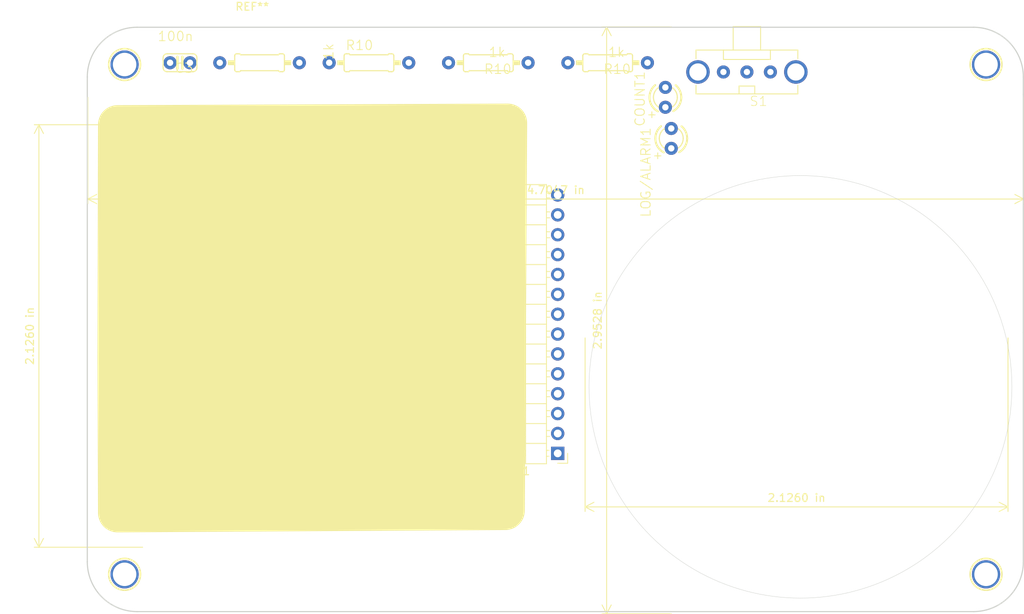
<source format=kicad_pcb>
(kicad_pcb (version 20190605) (host pcbnew "(5.1.0-1361-g3c3288ad8)")

  (general
    (thickness 1.6)
    (drawings 15)
    (tracks 0)
    (modules 14)
    (nets 15)
  )

  (page "A4")
  (layers
    (0 "F.Cu" signal)
    (31 "B.Cu" signal)
    (32 "B.Adhes" user)
    (33 "F.Adhes" user)
    (34 "B.Paste" user)
    (35 "F.Paste" user)
    (36 "B.SilkS" user)
    (37 "F.SilkS" user)
    (38 "B.Mask" user)
    (39 "F.Mask" user)
    (40 "Dwgs.User" user)
    (41 "Cmts.User" user)
    (42 "Eco1.User" user)
    (43 "Eco2.User" user)
    (44 "Edge.Cuts" user)
    (45 "Margin" user)
    (46 "B.CrtYd" user)
    (47 "F.CrtYd" user)
    (48 "B.Fab" user)
    (49 "F.Fab" user)
  )

  (setup
    (last_trace_width 0.25)
    (trace_clearance 0.2)
    (zone_clearance 0.508)
    (zone_45_only no)
    (trace_min 0.2)
    (via_size 0.8)
    (via_drill 0.4)
    (via_min_size 0.4)
    (via_min_drill 0.3)
    (uvia_size 0.3)
    (uvia_drill 0.1)
    (uvias_allowed no)
    (uvia_min_size 0.2)
    (uvia_min_drill 0.1)
    (max_error 0.005)
    (defaults
      (edge_clearance 0.01)
      (edge_cuts_line_width 0.05)
      (courtyard_line_width 0.05)
      (copper_line_width 0.2)
      (copper_text_dims (size 1.5 1.5) (thickness 0.3) keep_upright)
      (silk_line_width 0.12)
      (silk_text_dims (size 1 1) (thickness 0.15) keep_upright)
      (other_layers_line_width 0.1)
      (other_layers_text_dims (size 1 1) (thickness 0.15) keep_upright)
    )
    (pad_size 1.524 1.524)
    (pad_drill 0.762)
    (pad_to_mask_clearance 0.051)
    (solder_mask_min_width 0.25)
    (aux_axis_origin 0 0)
    (visible_elements FFFFF77F)
    (pcbplotparams
      (layerselection 0x010fc_ffffffff)
      (usegerberextensions false)
      (usegerberattributes false)
      (usegerberadvancedattributes false)
      (creategerberjobfile false)
      (excludeedgelayer true)
      (linewidth 0.150000)
      (plotframeref false)
      (viasonmask false)
      (mode 1)
      (useauxorigin false)
      (hpglpennumber 1)
      (hpglpenspeed 20)
      (hpglpendiameter 15.000000)
      (psnegative false)
      (psa4output false)
      (plotreference true)
      (plotvalue true)
      (plotinvisibletext false)
      (padsonsilk false)
      (subtractmaskfromsilk false)
      (outputformat 1)
      (mirror false)
      (drillshape 1)
      (scaleselection 1)
      (outputdirectory ""))
  )

  (net 0 "")
  (net 1 "Net-(J1-Pad14)")
  (net 2 "Net-(J1-Pad13)")
  (net 3 "Net-(J1-Pad12)")
  (net 4 "Net-(J1-Pad11)")
  (net 5 "Net-(J1-Pad10)")
  (net 6 "Net-(J1-Pad9)")
  (net 7 "Net-(J1-Pad8)")
  (net 8 "Net-(J1-Pad7)")
  (net 9 "Net-(J1-Pad6)")
  (net 10 "Net-(J1-Pad5)")
  (net 11 "Net-(J1-Pad4)")
  (net 12 "Net-(J1-Pad3)")
  (net 13 "Net-(J1-Pad2)")
  (net 14 "Net-(J1-Pad1)")

  (net_class "Default" "This is the default net class."
    (clearance 0.2)
    (trace_width 0.25)
    (via_dia 0.8)
    (via_drill 0.4)
    (uvia_dia 0.3)
    (uvia_drill 0.1)
    (add_net "Net-(J1-Pad1)")
    (add_net "Net-(J1-Pad10)")
    (add_net "Net-(J1-Pad11)")
    (add_net "Net-(J1-Pad12)")
    (add_net "Net-(J1-Pad13)")
    (add_net "Net-(J1-Pad14)")
    (add_net "Net-(J1-Pad2)")
    (add_net "Net-(J1-Pad3)")
    (add_net "Net-(J1-Pad4)")
    (add_net "Net-(J1-Pad5)")
    (add_net "Net-(J1-Pad6)")
    (add_net "Net-(J1-Pad7)")
    (add_net "Net-(J1-Pad8)")
    (add_net "Net-(J1-Pad9)")
  )

  (module "Safecast_logo:M5Stack" (layer "F.Cu") (tedit 5D3BEFB7) (tstamp 5D2645D0)
    (at 105.75 85)
    (fp_text reference "REF**" (at 0 -23.59) (layer "F.SilkS")
      (effects (font (size 1 1) (thickness 0.15)))
    )
    (fp_text value "M5Stack" (at 0 23.59) (layer "F.Fab")
      (effects (font (size 1 1) (thickness 0.15)))
    )
    (fp_poly (pts (xy -17.2 -8.5) (xy 32.6 -8.7) (xy 32.3 40.8) (xy -17.2 41.1)
      (xy -17.272 21.59)) (layer "F.SilkS") (width 5))
    (fp_text user "%R" (at 0 0) (layer "F.Fab")
      (effects (font (size 1 1) (thickness 0.15)))
    )
    (model "/Users/rob/Documents/IBM/Documents/Freecad/M5SatckFire.wrl"
      (offset (xyz 7.5 -16 0))
      (scale (xyz 0.4 0.4 0.4))
      (rotate (xyz 0 0 -90))
    )
  )

  (module "bGeigieNanoKit V1.1r5a:0207_10" (layer "F.Cu") (tedit 0) (tstamp 5D259D0F)
    (at 120.65 68.58)
    (descr "<b>RESISTOR</b><p>\ntype 0207, grid 10 mm")
    (path "/491404DE0633656B")
    (fp_text reference "R10" (at -3.048 -1.524) (layer "F.SilkS")
      (effects (font (size 1.2065 1.2065) (thickness 0.12065)) (justify left bottom))
    )
    (fp_text value "1k" (at -4.445 -0.2794 90) (layer "F.SilkS")
      (effects (font (size 1.2065 1.2065) (thickness 0.12065)) (justify left bottom))
    )
    (fp_line (start 5.08 0) (end 4.064 0) (layer "F.Fab") (width 0.6096))
    (fp_line (start -5.08 0) (end -4.064 0) (layer "F.Fab") (width 0.6096))
    (fp_arc (start -2.921 -0.889) (end -3.175 -0.889) (angle 90) (layer "F.SilkS") (width 0.1524))
    (fp_arc (start -2.921 0.889) (end -3.175 0.889) (angle -90) (layer "F.SilkS") (width 0.1524))
    (fp_arc (start 2.921 0.889) (end 2.921 1.143) (angle -90) (layer "F.SilkS") (width 0.1524))
    (fp_arc (start 2.921 -0.889) (end 2.921 -1.143) (angle 90) (layer "F.SilkS") (width 0.1524))
    (fp_line (start -3.175 0.889) (end -3.175 -0.889) (layer "F.SilkS") (width 0.1524))
    (fp_line (start -2.921 -1.143) (end -2.54 -1.143) (layer "F.SilkS") (width 0.1524))
    (fp_line (start -2.413 -1.016) (end -2.54 -1.143) (layer "F.SilkS") (width 0.1524))
    (fp_line (start -2.921 1.143) (end -2.54 1.143) (layer "F.SilkS") (width 0.1524))
    (fp_line (start -2.413 1.016) (end -2.54 1.143) (layer "F.SilkS") (width 0.1524))
    (fp_line (start 2.413 -1.016) (end 2.54 -1.143) (layer "F.SilkS") (width 0.1524))
    (fp_line (start 2.413 -1.016) (end -2.413 -1.016) (layer "F.SilkS") (width 0.1524))
    (fp_line (start 2.413 1.016) (end 2.54 1.143) (layer "F.SilkS") (width 0.1524))
    (fp_line (start 2.413 1.016) (end -2.413 1.016) (layer "F.SilkS") (width 0.1524))
    (fp_line (start 2.921 -1.143) (end 2.54 -1.143) (layer "F.SilkS") (width 0.1524))
    (fp_line (start 2.921 1.143) (end 2.54 1.143) (layer "F.SilkS") (width 0.1524))
    (fp_line (start 3.175 0.889) (end 3.175 -0.889) (layer "F.SilkS") (width 0.1524))
    (fp_poly (pts (xy 3.175 0.3048) (xy 4.0386 0.3048) (xy 4.0386 -0.3048) (xy 3.175 -0.3048)) (layer "F.SilkS") (width 0))
    (fp_poly (pts (xy -4.0386 0.3048) (xy -3.175 0.3048) (xy -3.175 -0.3048) (xy -4.0386 -0.3048)) (layer "F.SilkS") (width 0))
    (pad "1" thru_hole circle (at -5.08 0) (size 1.6764 1.6764) (drill 0.8128) (layers *.Cu *.Mask)
      (solder_mask_margin 0.1016))
    (pad "2" thru_hole circle (at 5.08 0) (size 1.6764 1.6764) (drill 0.8128) (layers *.Cu *.Mask)
      (solder_mask_margin 0.1016))
  )

  (module "bGeigieNanoKit V1.1r5a:0207_10" (layer "F.Cu") (tedit 0) (tstamp 5D259CC4)
    (at 106.68 68.58)
    (descr "<b>RESISTOR</b><p>\ntype 0207, grid 10 mm")
    (path "/491404DE0633656B")
    (fp_text reference "R10" (at 7.366 14.478 90) (layer "F.SilkS")
      (effects (font (size 1.2065 1.2065) (thickness 0.12065)) (justify left bottom))
    )
    (fp_text value "1k" (at 9.525 13.6906 90) (layer "F.SilkS")
      (effects (font (size 1.2065 1.2065) (thickness 0.12065)) (justify left bottom))
    )
    (fp_poly (pts (xy -4.0386 0.3048) (xy -3.175 0.3048) (xy -3.175 -0.3048) (xy -4.0386 -0.3048)) (layer "F.SilkS") (width 0))
    (fp_poly (pts (xy 3.175 0.3048) (xy 4.0386 0.3048) (xy 4.0386 -0.3048) (xy 3.175 -0.3048)) (layer "F.SilkS") (width 0))
    (fp_line (start 3.175 0.889) (end 3.175 -0.889) (layer "F.SilkS") (width 0.1524))
    (fp_line (start 2.921 1.143) (end 2.54 1.143) (layer "F.SilkS") (width 0.1524))
    (fp_line (start 2.921 -1.143) (end 2.54 -1.143) (layer "F.SilkS") (width 0.1524))
    (fp_line (start 2.413 1.016) (end -2.413 1.016) (layer "F.SilkS") (width 0.1524))
    (fp_line (start 2.413 1.016) (end 2.54 1.143) (layer "F.SilkS") (width 0.1524))
    (fp_line (start 2.413 -1.016) (end -2.413 -1.016) (layer "F.SilkS") (width 0.1524))
    (fp_line (start 2.413 -1.016) (end 2.54 -1.143) (layer "F.SilkS") (width 0.1524))
    (fp_line (start -2.413 1.016) (end -2.54 1.143) (layer "F.SilkS") (width 0.1524))
    (fp_line (start -2.921 1.143) (end -2.54 1.143) (layer "F.SilkS") (width 0.1524))
    (fp_line (start -2.413 -1.016) (end -2.54 -1.143) (layer "F.SilkS") (width 0.1524))
    (fp_line (start -2.921 -1.143) (end -2.54 -1.143) (layer "F.SilkS") (width 0.1524))
    (fp_line (start -3.175 0.889) (end -3.175 -0.889) (layer "F.SilkS") (width 0.1524))
    (fp_arc (start 2.921 -0.889) (end 2.921 -1.143) (angle 90) (layer "F.SilkS") (width 0.1524))
    (fp_arc (start 2.921 0.889) (end 2.921 1.143) (angle -90) (layer "F.SilkS") (width 0.1524))
    (fp_arc (start -2.921 0.889) (end -3.175 0.889) (angle -90) (layer "F.SilkS") (width 0.1524))
    (fp_arc (start -2.921 -0.889) (end -3.175 -0.889) (angle 90) (layer "F.SilkS") (width 0.1524))
    (fp_line (start -5.08 0) (end -4.064 0) (layer "F.Fab") (width 0.6096))
    (fp_line (start 5.08 0) (end 4.064 0) (layer "F.Fab") (width 0.6096))
    (pad "2" thru_hole circle (at 5.08 0) (size 1.6764 1.6764) (drill 0.8128) (layers *.Cu *.Mask)
      (solder_mask_margin 0.1016))
    (pad "1" thru_hole circle (at -5.08 0) (size 1.6764 1.6764) (drill 0.8128) (layers *.Cu *.Mask)
      (solder_mask_margin 0.1016))
  )

  (module "bGeigieNanoKit V1.1r5a:0207_10" (layer "F.Cu") (tedit 0) (tstamp 5D259B5D)
    (at 135.89 68.58 180)
    (descr "<b>RESISTOR</b><p>\ntype 0207, grid 10 mm")
    (path "/491404DE0633656B")
    (fp_text reference "R10" (at -3.048 -1.524) (layer "F.SilkS")
      (effects (font (size 1.2065 1.2065) (thickness 0.12065)) (justify right bottom))
    )
    (fp_text value "1k" (at -2.2606 0.635) (layer "F.SilkS")
      (effects (font (size 1.2065 1.2065) (thickness 0.12065)) (justify right bottom))
    )
    (fp_poly (pts (xy -4.0386 0.3048) (xy -3.175 0.3048) (xy -3.175 -0.3048) (xy -4.0386 -0.3048)) (layer "F.SilkS") (width 0))
    (fp_poly (pts (xy 3.175 0.3048) (xy 4.0386 0.3048) (xy 4.0386 -0.3048) (xy 3.175 -0.3048)) (layer "F.SilkS") (width 0))
    (fp_line (start 3.175 0.889) (end 3.175 -0.889) (layer "F.SilkS") (width 0.1524))
    (fp_line (start 2.921 1.143) (end 2.54 1.143) (layer "F.SilkS") (width 0.1524))
    (fp_line (start 2.921 -1.143) (end 2.54 -1.143) (layer "F.SilkS") (width 0.1524))
    (fp_line (start 2.413 1.016) (end -2.413 1.016) (layer "F.SilkS") (width 0.1524))
    (fp_line (start 2.413 1.016) (end 2.54 1.143) (layer "F.SilkS") (width 0.1524))
    (fp_line (start 2.413 -1.016) (end -2.413 -1.016) (layer "F.SilkS") (width 0.1524))
    (fp_line (start 2.413 -1.016) (end 2.54 -1.143) (layer "F.SilkS") (width 0.1524))
    (fp_line (start -2.413 1.016) (end -2.54 1.143) (layer "F.SilkS") (width 0.1524))
    (fp_line (start -2.921 1.143) (end -2.54 1.143) (layer "F.SilkS") (width 0.1524))
    (fp_line (start -2.413 -1.016) (end -2.54 -1.143) (layer "F.SilkS") (width 0.1524))
    (fp_line (start -2.921 -1.143) (end -2.54 -1.143) (layer "F.SilkS") (width 0.1524))
    (fp_line (start -3.175 0.889) (end -3.175 -0.889) (layer "F.SilkS") (width 0.1524))
    (fp_arc (start 2.921 -0.889) (end 2.921 -1.143) (angle 90) (layer "F.SilkS") (width 0.1524))
    (fp_arc (start 2.921 0.889) (end 2.921 1.143) (angle -90) (layer "F.SilkS") (width 0.1524))
    (fp_arc (start -2.921 0.889) (end -3.175 0.889) (angle -90) (layer "F.SilkS") (width 0.1524))
    (fp_arc (start -2.921 -0.889) (end -3.175 -0.889) (angle 90) (layer "F.SilkS") (width 0.1524))
    (fp_line (start -5.08 0) (end -4.064 0) (layer "F.Fab") (width 0.6096))
    (fp_line (start 5.08 0) (end 4.064 0) (layer "F.Fab") (width 0.6096))
    (pad "2" thru_hole circle (at 5.08 0 180) (size 1.6764 1.6764) (drill 0.8128) (layers *.Cu *.Mask)
      (solder_mask_margin 0.1016))
    (pad "1" thru_hole circle (at -5.08 0 180) (size 1.6764 1.6764) (drill 0.8128) (layers *.Cu *.Mask)
      (solder_mask_margin 0.1016))
  )

  (module "bGeigieNanoKit V1.1r5a:0207_10" (layer "F.Cu") (tedit 0) (tstamp 5D264989)
    (at 151.13 68.58 180)
    (descr "<b>RESISTOR</b><p>\ntype 0207, grid 10 mm")
    (path "/491404DE0633656B")
    (fp_text reference "R10" (at -3.048 -1.524) (layer "F.SilkS")
      (effects (font (size 1.2065 1.2065) (thickness 0.12065)) (justify right bottom))
    )
    (fp_text value "1k" (at -2.2606 0.635) (layer "F.SilkS")
      (effects (font (size 1.2065 1.2065) (thickness 0.12065)) (justify right bottom))
    )
    (fp_line (start 5.08 0) (end 4.064 0) (layer "F.Fab") (width 0.6096))
    (fp_line (start -5.08 0) (end -4.064 0) (layer "F.Fab") (width 0.6096))
    (fp_arc (start -2.921 -0.889) (end -3.175 -0.889) (angle 90) (layer "F.SilkS") (width 0.1524))
    (fp_arc (start -2.921 0.889) (end -3.175 0.889) (angle -90) (layer "F.SilkS") (width 0.1524))
    (fp_arc (start 2.921 0.889) (end 2.921 1.143) (angle -90) (layer "F.SilkS") (width 0.1524))
    (fp_arc (start 2.921 -0.889) (end 2.921 -1.143) (angle 90) (layer "F.SilkS") (width 0.1524))
    (fp_line (start -3.175 0.889) (end -3.175 -0.889) (layer "F.SilkS") (width 0.1524))
    (fp_line (start -2.921 -1.143) (end -2.54 -1.143) (layer "F.SilkS") (width 0.1524))
    (fp_line (start -2.413 -1.016) (end -2.54 -1.143) (layer "F.SilkS") (width 0.1524))
    (fp_line (start -2.921 1.143) (end -2.54 1.143) (layer "F.SilkS") (width 0.1524))
    (fp_line (start -2.413 1.016) (end -2.54 1.143) (layer "F.SilkS") (width 0.1524))
    (fp_line (start 2.413 -1.016) (end 2.54 -1.143) (layer "F.SilkS") (width 0.1524))
    (fp_line (start 2.413 -1.016) (end -2.413 -1.016) (layer "F.SilkS") (width 0.1524))
    (fp_line (start 2.413 1.016) (end 2.54 1.143) (layer "F.SilkS") (width 0.1524))
    (fp_line (start 2.413 1.016) (end -2.413 1.016) (layer "F.SilkS") (width 0.1524))
    (fp_line (start 2.921 -1.143) (end 2.54 -1.143) (layer "F.SilkS") (width 0.1524))
    (fp_line (start 2.921 1.143) (end 2.54 1.143) (layer "F.SilkS") (width 0.1524))
    (fp_line (start 3.175 0.889) (end 3.175 -0.889) (layer "F.SilkS") (width 0.1524))
    (fp_poly (pts (xy 3.175 0.3048) (xy 4.0386 0.3048) (xy 4.0386 -0.3048) (xy 3.175 -0.3048)) (layer "F.SilkS") (width 0))
    (fp_poly (pts (xy -4.0386 0.3048) (xy -3.175 0.3048) (xy -3.175 -0.3048) (xy -4.0386 -0.3048)) (layer "F.SilkS") (width 0))
    (pad "1" thru_hole circle (at -5.08 0 180) (size 1.6764 1.6764) (drill 0.8128) (layers *.Cu *.Mask)
      (solder_mask_margin 0.1016))
    (pad "2" thru_hole circle (at 5.08 0 180) (size 1.6764 1.6764) (drill 0.8128) (layers *.Cu *.Mask)
      (solder_mask_margin 0.1016))
  )

  (module "bGeigieNanoKit V1.1r5a:C025-024X044" (layer "F.Cu") (tedit 0) (tstamp 5D258B76)
    (at 96.52 68.58 180)
    (descr "<b>CAPACITOR</b><p>\ngrid 2.5 mm, outline 2.4 x 4.4 mm")
    (path "/76DC27178EA4FDCE")
    (fp_text reference "C3" (at -1.778 -1.397) (layer "F.SilkS")
      (effects (font (size 1.2065 1.2065) (thickness 0.12065)) (justify right bottom))
    )
    (fp_text value "100n" (at -1.778 2.667) (layer "F.SilkS")
      (effects (font (size 1.2065 1.2065) (thickness 0.12065)) (justify right bottom))
    )
    (fp_line (start -2.159 0.635) (end -2.159 -0.635) (layer "F.SilkS") (width 0.1524))
    (fp_arc (start -1.651 -0.635) (end -2.159 -0.635) (angle 90) (layer "F.SilkS") (width 0.1524))
    (fp_arc (start -1.651 0.635) (end -2.159 0.635) (angle -90) (layer "F.SilkS") (width 0.1524))
    (fp_line (start 1.651 -1.143) (end -1.651 -1.143) (layer "F.SilkS") (width 0.1524))
    (fp_line (start 2.159 0.635) (end 2.159 -0.635) (layer "F.SilkS") (width 0.1524))
    (fp_line (start 1.651 1.143) (end -1.651 1.143) (layer "F.SilkS") (width 0.1524))
    (fp_arc (start 1.651 -0.635) (end 1.651 -1.143) (angle 90) (layer "F.SilkS") (width 0.1524))
    (fp_arc (start 1.651 0.635) (end 1.651 1.143) (angle -90) (layer "F.SilkS") (width 0.1524))
    (fp_line (start -0.3048 -0.762) (end -0.3048 0.762) (layer "F.SilkS") (width 0.3048))
    (fp_line (start 0.3302 -0.762) (end 0.3302 0.762) (layer "F.SilkS") (width 0.3048))
    (fp_line (start 1.27 0) (end 0.3302 0) (layer "F.Fab") (width 0.1524))
    (fp_line (start -1.27 0) (end -0.3048 0) (layer "F.Fab") (width 0.1524))
    (pad "1" thru_hole circle (at -1.27 0 180) (size 1.6764 1.6764) (drill 0.8128) (layers *.Cu *.Mask)
      (solder_mask_margin 0.1016))
    (pad "2" thru_hole circle (at 1.27 0 180) (size 1.6764 1.6764) (drill 0.8128) (layers *.Cu *.Mask)
      (solder_mask_margin 0.1016))
  )

  (module "bGeigieNanoKit V1.1r5a:LED3MM" (layer "F.Cu") (tedit 0) (tstamp 5D2588BE)
    (at 158.5 73 90)
    (descr "<B>LED</B><p>\n3 mm, round")
    (path "/8945427DC916D756")
    (fp_text reference "COUNT1" (at -3.81 -2.54 270) (layer "F.SilkS")
      (effects (font (size 1.2065 1.2065) (thickness 0.12065)) (justify left bottom))
    )
    (fp_text value "BLUE" (at 1.905 1.651 90) (layer "F.SilkS") hide
      (effects (font (size 1.2065 1.2065) (thickness 0.12065)) (justify left bottom))
    )
    (fp_line (start 1.5748 1.27) (end 1.5748 -1.27) (layer "F.Fab") (width 0.254))
    (fp_arc (start 0 0.000004) (end -1.524 0) (angle 39.80361) (layer "F.Fab") (width 0.1524))
    (fp_arc (start 0 0.000063) (end -1.524 0) (angle -41.633208) (layer "F.Fab") (width 0.1524))
    (fp_arc (start 0 0.000014) (end 1.1571 -0.9918) (angle 40.601165) (layer "F.Fab") (width 0.1524))
    (fp_arc (start 0 -0.000004) (end 1.1708 0.9756) (angle -39.80361) (layer "F.Fab") (width 0.1524))
    (fp_arc (start -0.000034 0) (end 0 -1.524) (angle 54.461337) (layer "F.SilkS") (width 0.1524))
    (fp_arc (start 0 0) (end -1.2192 -0.9144) (angle 53.130102) (layer "F.SilkS") (width 0.1524))
    (fp_arc (start -0.000008 0) (end 0 1.524) (angle -52.126876) (layer "F.SilkS") (width 0.1524))
    (fp_arc (start 0.000008 0) (end -1.203 0.9356) (angle -52.126876) (layer "F.SilkS") (width 0.1524))
    (fp_arc (start 0 0) (end -0.635 0) (angle 90) (layer "F.Fab") (width 0.1524))
    (fp_arc (start 0 0) (end -1.016 0) (angle 90) (layer "F.Fab") (width 0.1524))
    (fp_arc (start 0 0) (end 0 0.635) (angle -90) (layer "F.Fab") (width 0.1524))
    (fp_arc (start 0 0) (end 0 1.016) (angle -90) (layer "F.Fab") (width 0.1524))
    (fp_arc (start 0.000012 0) (end 0 -2.032) (angle 50.193108) (layer "F.SilkS") (width 0.254))
    (fp_arc (start 0.00006 0) (end -1.7929 -0.9562) (angle 61.926949) (layer "F.SilkS") (width 0.254))
    (fp_arc (start 0.000037 0) (end 0 2.032) (angle -49.763022) (layer "F.SilkS") (width 0.254))
    (fp_arc (start -0.000056 0) (end -1.7643 1.0082) (angle -60.255215) (layer "F.SilkS") (width 0.254))
    (fp_arc (start 0 0.000002) (end -2.032 0) (angle 28.301701) (layer "F.Fab") (width 0.254))
    (fp_arc (start 0 0.000083) (end -2.032 0) (angle -31.60822) (layer "F.Fab") (width 0.254))
    (fp_line (start -2.5908 -1.7272) (end -1.8542 -1.7272) (layer "F.SilkS") (width 0.127))
    (fp_line (start -2.2352 -1.3208) (end -2.2352 -2.1082) (layer "F.SilkS") (width 0.127))
    (pad "A" thru_hole circle (at -1.27 0 90) (size 1.6764 1.6764) (drill 0.8128) (layers *.Cu *.Mask)
      (solder_mask_margin 0.1016))
    (pad "K" thru_hole circle (at 1.27 0 90) (size 1.6764 1.6764) (drill 0.8128) (layers *.Cu *.Mask)
      (solder_mask_margin 0.1016))
  )

  (module "bGeigieNanoKit V1.1r5a:LED3MM" (layer "F.Cu") (tedit 0) (tstamp 5D2588A4)
    (at 159.25 78.25 90)
    (descr "<B>LED</B><p>\n3 mm, round")
    (path "/8D5E7B3055E86A87")
    (fp_text reference "LOG/ALARM1" (at -10.16 -2.54 270) (layer "F.SilkS")
      (effects (font (size 1.2065 1.2065) (thickness 0.12065)) (justify left bottom))
    )
    (fp_text value "RED" (at 1.905 1.651 90) (layer "F.SilkS") hide
      (effects (font (size 1.2065 1.2065) (thickness 0.12065)) (justify left bottom))
    )
    (fp_line (start 1.5748 1.27) (end 1.5748 -1.27) (layer "F.Fab") (width 0.254))
    (fp_arc (start 0 0.000004) (end -1.524 0) (angle 39.80361) (layer "F.Fab") (width 0.1524))
    (fp_arc (start 0 0.000063) (end -1.524 0) (angle -41.633208) (layer "F.Fab") (width 0.1524))
    (fp_arc (start 0 0.000014) (end 1.1571 -0.9918) (angle 40.601165) (layer "F.Fab") (width 0.1524))
    (fp_arc (start 0 -0.000004) (end 1.1708 0.9756) (angle -39.80361) (layer "F.Fab") (width 0.1524))
    (fp_arc (start -0.000034 0) (end 0 -1.524) (angle 54.461337) (layer "F.SilkS") (width 0.1524))
    (fp_arc (start 0 0) (end -1.2192 -0.9144) (angle 53.130102) (layer "F.SilkS") (width 0.1524))
    (fp_arc (start -0.000008 0) (end 0 1.524) (angle -52.126876) (layer "F.SilkS") (width 0.1524))
    (fp_arc (start 0.000008 0) (end -1.203 0.9356) (angle -52.126876) (layer "F.SilkS") (width 0.1524))
    (fp_arc (start 0 0) (end -0.635 0) (angle 90) (layer "F.Fab") (width 0.1524))
    (fp_arc (start 0 0) (end -1.016 0) (angle 90) (layer "F.Fab") (width 0.1524))
    (fp_arc (start 0 0) (end 0 0.635) (angle -90) (layer "F.Fab") (width 0.1524))
    (fp_arc (start 0 0) (end 0 1.016) (angle -90) (layer "F.Fab") (width 0.1524))
    (fp_arc (start 0.000012 0) (end 0 -2.032) (angle 50.193108) (layer "F.SilkS") (width 0.254))
    (fp_arc (start 0.00006 0) (end -1.7929 -0.9562) (angle 61.926949) (layer "F.SilkS") (width 0.254))
    (fp_arc (start 0.000037 0) (end 0 2.032) (angle -49.763022) (layer "F.SilkS") (width 0.254))
    (fp_arc (start -0.000056 0) (end -1.7643 1.0082) (angle -60.255215) (layer "F.SilkS") (width 0.254))
    (fp_arc (start 0 0.000002) (end -2.032 0) (angle 28.301701) (layer "F.Fab") (width 0.254))
    (fp_arc (start 0 0.000083) (end -2.032 0) (angle -31.60822) (layer "F.Fab") (width 0.254))
    (fp_line (start -2.5908 -1.7272) (end -1.8542 -1.7272) (layer "F.SilkS") (width 0.127))
    (fp_line (start -2.2352 -1.3208) (end -2.2352 -2.1082) (layer "F.SilkS") (width 0.127))
    (pad "A" thru_hole circle (at -1.27 0 90) (size 1.6764 1.6764) (drill 0.8128) (layers *.Cu *.Mask)
      (solder_mask_margin 0.1016))
    (pad "K" thru_hole circle (at 1.27 0 90) (size 1.6764 1.6764) (drill 0.8128) (layers *.Cu *.Mask)
      (solder_mask_margin 0.1016))
  )

  (module "Connector_PinHeader_2.54mm:PinHeader_1x14_P2.54mm_Horizontal" (layer "F.Cu") (tedit 59FED5CB) (tstamp 5D2591A9)
    (at 144.75 118.5 180)
    (descr "Through hole angled pin header, 1x14, 2.54mm pitch, 6mm pin length, single row")
    (tags "Through hole angled pin header THT 1x14 2.54mm single row")
    (path "/5D258F54")
    (fp_text reference "J1" (at 4.385 -2.27) (layer "F.SilkS")
      (effects (font (size 1 1) (thickness 0.15)))
    )
    (fp_text value "Conn_01x14" (at 4.385 35.29) (layer "F.Fab")
      (effects (font (size 1 1) (thickness 0.15)))
    )
    (fp_text user "%R" (at 2.77 16.51 90) (layer "F.Fab")
      (effects (font (size 1 1) (thickness 0.15)))
    )
    (fp_line (start 10.55 -1.8) (end -1.8 -1.8) (layer "F.CrtYd") (width 0.05))
    (fp_line (start 10.55 34.8) (end 10.55 -1.8) (layer "F.CrtYd") (width 0.05))
    (fp_line (start -1.8 34.8) (end 10.55 34.8) (layer "F.CrtYd") (width 0.05))
    (fp_line (start -1.8 -1.8) (end -1.8 34.8) (layer "F.CrtYd") (width 0.05))
    (fp_line (start -1.27 -1.27) (end 0 -1.27) (layer "F.SilkS") (width 0.12))
    (fp_line (start -1.27 0) (end -1.27 -1.27) (layer "F.SilkS") (width 0.12))
    (fp_line (start 1.042929 33.4) (end 1.44 33.4) (layer "F.SilkS") (width 0.12))
    (fp_line (start 1.042929 32.64) (end 1.44 32.64) (layer "F.SilkS") (width 0.12))
    (fp_line (start 10.1 33.4) (end 4.1 33.4) (layer "F.SilkS") (width 0.12))
    (fp_line (start 10.1 32.64) (end 10.1 33.4) (layer "F.SilkS") (width 0.12))
    (fp_line (start 4.1 32.64) (end 10.1 32.64) (layer "F.SilkS") (width 0.12))
    (fp_line (start 1.44 31.75) (end 4.1 31.75) (layer "F.SilkS") (width 0.12))
    (fp_line (start 1.042929 30.86) (end 1.44 30.86) (layer "F.SilkS") (width 0.12))
    (fp_line (start 1.042929 30.1) (end 1.44 30.1) (layer "F.SilkS") (width 0.12))
    (fp_line (start 10.1 30.86) (end 4.1 30.86) (layer "F.SilkS") (width 0.12))
    (fp_line (start 10.1 30.1) (end 10.1 30.86) (layer "F.SilkS") (width 0.12))
    (fp_line (start 4.1 30.1) (end 10.1 30.1) (layer "F.SilkS") (width 0.12))
    (fp_line (start 1.44 29.21) (end 4.1 29.21) (layer "F.SilkS") (width 0.12))
    (fp_line (start 1.042929 28.32) (end 1.44 28.32) (layer "F.SilkS") (width 0.12))
    (fp_line (start 1.042929 27.56) (end 1.44 27.56) (layer "F.SilkS") (width 0.12))
    (fp_line (start 10.1 28.32) (end 4.1 28.32) (layer "F.SilkS") (width 0.12))
    (fp_line (start 10.1 27.56) (end 10.1 28.32) (layer "F.SilkS") (width 0.12))
    (fp_line (start 4.1 27.56) (end 10.1 27.56) (layer "F.SilkS") (width 0.12))
    (fp_line (start 1.44 26.67) (end 4.1 26.67) (layer "F.SilkS") (width 0.12))
    (fp_line (start 1.042929 25.78) (end 1.44 25.78) (layer "F.SilkS") (width 0.12))
    (fp_line (start 1.042929 25.02) (end 1.44 25.02) (layer "F.SilkS") (width 0.12))
    (fp_line (start 10.1 25.78) (end 4.1 25.78) (layer "F.SilkS") (width 0.12))
    (fp_line (start 10.1 25.02) (end 10.1 25.78) (layer "F.SilkS") (width 0.12))
    (fp_line (start 4.1 25.02) (end 10.1 25.02) (layer "F.SilkS") (width 0.12))
    (fp_line (start 1.44 24.13) (end 4.1 24.13) (layer "F.SilkS") (width 0.12))
    (fp_line (start 1.042929 23.24) (end 1.44 23.24) (layer "F.SilkS") (width 0.12))
    (fp_line (start 1.042929 22.48) (end 1.44 22.48) (layer "F.SilkS") (width 0.12))
    (fp_line (start 10.1 23.24) (end 4.1 23.24) (layer "F.SilkS") (width 0.12))
    (fp_line (start 10.1 22.48) (end 10.1 23.24) (layer "F.SilkS") (width 0.12))
    (fp_line (start 4.1 22.48) (end 10.1 22.48) (layer "F.SilkS") (width 0.12))
    (fp_line (start 1.44 21.59) (end 4.1 21.59) (layer "F.SilkS") (width 0.12))
    (fp_line (start 1.042929 20.7) (end 1.44 20.7) (layer "F.SilkS") (width 0.12))
    (fp_line (start 1.042929 19.94) (end 1.44 19.94) (layer "F.SilkS") (width 0.12))
    (fp_line (start 10.1 20.7) (end 4.1 20.7) (layer "F.SilkS") (width 0.12))
    (fp_line (start 10.1 19.94) (end 10.1 20.7) (layer "F.SilkS") (width 0.12))
    (fp_line (start 4.1 19.94) (end 10.1 19.94) (layer "F.SilkS") (width 0.12))
    (fp_line (start 1.44 19.05) (end 4.1 19.05) (layer "F.SilkS") (width 0.12))
    (fp_line (start 1.042929 18.16) (end 1.44 18.16) (layer "F.SilkS") (width 0.12))
    (fp_line (start 1.042929 17.4) (end 1.44 17.4) (layer "F.SilkS") (width 0.12))
    (fp_line (start 10.1 18.16) (end 4.1 18.16) (layer "F.SilkS") (width 0.12))
    (fp_line (start 10.1 17.4) (end 10.1 18.16) (layer "F.SilkS") (width 0.12))
    (fp_line (start 4.1 17.4) (end 10.1 17.4) (layer "F.SilkS") (width 0.12))
    (fp_line (start 1.44 16.51) (end 4.1 16.51) (layer "F.SilkS") (width 0.12))
    (fp_line (start 1.042929 15.62) (end 1.44 15.62) (layer "F.SilkS") (width 0.12))
    (fp_line (start 1.042929 14.86) (end 1.44 14.86) (layer "F.SilkS") (width 0.12))
    (fp_line (start 10.1 15.62) (end 4.1 15.62) (layer "F.SilkS") (width 0.12))
    (fp_line (start 10.1 14.86) (end 10.1 15.62) (layer "F.SilkS") (width 0.12))
    (fp_line (start 4.1 14.86) (end 10.1 14.86) (layer "F.SilkS") (width 0.12))
    (fp_line (start 1.44 13.97) (end 4.1 13.97) (layer "F.SilkS") (width 0.12))
    (fp_line (start 1.042929 13.08) (end 1.44 13.08) (layer "F.SilkS") (width 0.12))
    (fp_line (start 1.042929 12.32) (end 1.44 12.32) (layer "F.SilkS") (width 0.12))
    (fp_line (start 10.1 13.08) (end 4.1 13.08) (layer "F.SilkS") (width 0.12))
    (fp_line (start 10.1 12.32) (end 10.1 13.08) (layer "F.SilkS") (width 0.12))
    (fp_line (start 4.1 12.32) (end 10.1 12.32) (layer "F.SilkS") (width 0.12))
    (fp_line (start 1.44 11.43) (end 4.1 11.43) (layer "F.SilkS") (width 0.12))
    (fp_line (start 1.042929 10.54) (end 1.44 10.54) (layer "F.SilkS") (width 0.12))
    (fp_line (start 1.042929 9.78) (end 1.44 9.78) (layer "F.SilkS") (width 0.12))
    (fp_line (start 10.1 10.54) (end 4.1 10.54) (layer "F.SilkS") (width 0.12))
    (fp_line (start 10.1 9.78) (end 10.1 10.54) (layer "F.SilkS") (width 0.12))
    (fp_line (start 4.1 9.78) (end 10.1 9.78) (layer "F.SilkS") (width 0.12))
    (fp_line (start 1.44 8.89) (end 4.1 8.89) (layer "F.SilkS") (width 0.12))
    (fp_line (start 1.042929 8) (end 1.44 8) (layer "F.SilkS") (width 0.12))
    (fp_line (start 1.042929 7.24) (end 1.44 7.24) (layer "F.SilkS") (width 0.12))
    (fp_line (start 10.1 8) (end 4.1 8) (layer "F.SilkS") (width 0.12))
    (fp_line (start 10.1 7.24) (end 10.1 8) (layer "F.SilkS") (width 0.12))
    (fp_line (start 4.1 7.24) (end 10.1 7.24) (layer "F.SilkS") (width 0.12))
    (fp_line (start 1.44 6.35) (end 4.1 6.35) (layer "F.SilkS") (width 0.12))
    (fp_line (start 1.042929 5.46) (end 1.44 5.46) (layer "F.SilkS") (width 0.12))
    (fp_line (start 1.042929 4.7) (end 1.44 4.7) (layer "F.SilkS") (width 0.12))
    (fp_line (start 10.1 5.46) (end 4.1 5.46) (layer "F.SilkS") (width 0.12))
    (fp_line (start 10.1 4.7) (end 10.1 5.46) (layer "F.SilkS") (width 0.12))
    (fp_line (start 4.1 4.7) (end 10.1 4.7) (layer "F.SilkS") (width 0.12))
    (fp_line (start 1.44 3.81) (end 4.1 3.81) (layer "F.SilkS") (width 0.12))
    (fp_line (start 1.042929 2.92) (end 1.44 2.92) (layer "F.SilkS") (width 0.12))
    (fp_line (start 1.042929 2.16) (end 1.44 2.16) (layer "F.SilkS") (width 0.12))
    (fp_line (start 10.1 2.92) (end 4.1 2.92) (layer "F.SilkS") (width 0.12))
    (fp_line (start 10.1 2.16) (end 10.1 2.92) (layer "F.SilkS") (width 0.12))
    (fp_line (start 4.1 2.16) (end 10.1 2.16) (layer "F.SilkS") (width 0.12))
    (fp_line (start 1.44 1.27) (end 4.1 1.27) (layer "F.SilkS") (width 0.12))
    (fp_line (start 1.11 0.38) (end 1.44 0.38) (layer "F.SilkS") (width 0.12))
    (fp_line (start 1.11 -0.38) (end 1.44 -0.38) (layer "F.SilkS") (width 0.12))
    (fp_line (start 4.1 0.28) (end 10.1 0.28) (layer "F.SilkS") (width 0.12))
    (fp_line (start 4.1 0.16) (end 10.1 0.16) (layer "F.SilkS") (width 0.12))
    (fp_line (start 4.1 0.04) (end 10.1 0.04) (layer "F.SilkS") (width 0.12))
    (fp_line (start 4.1 -0.08) (end 10.1 -0.08) (layer "F.SilkS") (width 0.12))
    (fp_line (start 4.1 -0.2) (end 10.1 -0.2) (layer "F.SilkS") (width 0.12))
    (fp_line (start 4.1 -0.32) (end 10.1 -0.32) (layer "F.SilkS") (width 0.12))
    (fp_line (start 10.1 0.38) (end 4.1 0.38) (layer "F.SilkS") (width 0.12))
    (fp_line (start 10.1 -0.38) (end 10.1 0.38) (layer "F.SilkS") (width 0.12))
    (fp_line (start 4.1 -0.38) (end 10.1 -0.38) (layer "F.SilkS") (width 0.12))
    (fp_line (start 4.1 -1.33) (end 1.44 -1.33) (layer "F.SilkS") (width 0.12))
    (fp_line (start 4.1 34.35) (end 4.1 -1.33) (layer "F.SilkS") (width 0.12))
    (fp_line (start 1.44 34.35) (end 4.1 34.35) (layer "F.SilkS") (width 0.12))
    (fp_line (start 1.44 -1.33) (end 1.44 34.35) (layer "F.SilkS") (width 0.12))
    (fp_line (start 4.04 33.34) (end 10.04 33.34) (layer "F.Fab") (width 0.1))
    (fp_line (start 10.04 32.7) (end 10.04 33.34) (layer "F.Fab") (width 0.1))
    (fp_line (start 4.04 32.7) (end 10.04 32.7) (layer "F.Fab") (width 0.1))
    (fp_line (start -0.32 33.34) (end 1.5 33.34) (layer "F.Fab") (width 0.1))
    (fp_line (start -0.32 32.7) (end -0.32 33.34) (layer "F.Fab") (width 0.1))
    (fp_line (start -0.32 32.7) (end 1.5 32.7) (layer "F.Fab") (width 0.1))
    (fp_line (start 4.04 30.8) (end 10.04 30.8) (layer "F.Fab") (width 0.1))
    (fp_line (start 10.04 30.16) (end 10.04 30.8) (layer "F.Fab") (width 0.1))
    (fp_line (start 4.04 30.16) (end 10.04 30.16) (layer "F.Fab") (width 0.1))
    (fp_line (start -0.32 30.8) (end 1.5 30.8) (layer "F.Fab") (width 0.1))
    (fp_line (start -0.32 30.16) (end -0.32 30.8) (layer "F.Fab") (width 0.1))
    (fp_line (start -0.32 30.16) (end 1.5 30.16) (layer "F.Fab") (width 0.1))
    (fp_line (start 4.04 28.26) (end 10.04 28.26) (layer "F.Fab") (width 0.1))
    (fp_line (start 10.04 27.62) (end 10.04 28.26) (layer "F.Fab") (width 0.1))
    (fp_line (start 4.04 27.62) (end 10.04 27.62) (layer "F.Fab") (width 0.1))
    (fp_line (start -0.32 28.26) (end 1.5 28.26) (layer "F.Fab") (width 0.1))
    (fp_line (start -0.32 27.62) (end -0.32 28.26) (layer "F.Fab") (width 0.1))
    (fp_line (start -0.32 27.62) (end 1.5 27.62) (layer "F.Fab") (width 0.1))
    (fp_line (start 4.04 25.72) (end 10.04 25.72) (layer "F.Fab") (width 0.1))
    (fp_line (start 10.04 25.08) (end 10.04 25.72) (layer "F.Fab") (width 0.1))
    (fp_line (start 4.04 25.08) (end 10.04 25.08) (layer "F.Fab") (width 0.1))
    (fp_line (start -0.32 25.72) (end 1.5 25.72) (layer "F.Fab") (width 0.1))
    (fp_line (start -0.32 25.08) (end -0.32 25.72) (layer "F.Fab") (width 0.1))
    (fp_line (start -0.32 25.08) (end 1.5 25.08) (layer "F.Fab") (width 0.1))
    (fp_line (start 4.04 23.18) (end 10.04 23.18) (layer "F.Fab") (width 0.1))
    (fp_line (start 10.04 22.54) (end 10.04 23.18) (layer "F.Fab") (width 0.1))
    (fp_line (start 4.04 22.54) (end 10.04 22.54) (layer "F.Fab") (width 0.1))
    (fp_line (start -0.32 23.18) (end 1.5 23.18) (layer "F.Fab") (width 0.1))
    (fp_line (start -0.32 22.54) (end -0.32 23.18) (layer "F.Fab") (width 0.1))
    (fp_line (start -0.32 22.54) (end 1.5 22.54) (layer "F.Fab") (width 0.1))
    (fp_line (start 4.04 20.64) (end 10.04 20.64) (layer "F.Fab") (width 0.1))
    (fp_line (start 10.04 20) (end 10.04 20.64) (layer "F.Fab") (width 0.1))
    (fp_line (start 4.04 20) (end 10.04 20) (layer "F.Fab") (width 0.1))
    (fp_line (start -0.32 20.64) (end 1.5 20.64) (layer "F.Fab") (width 0.1))
    (fp_line (start -0.32 20) (end -0.32 20.64) (layer "F.Fab") (width 0.1))
    (fp_line (start -0.32 20) (end 1.5 20) (layer "F.Fab") (width 0.1))
    (fp_line (start 4.04 18.1) (end 10.04 18.1) (layer "F.Fab") (width 0.1))
    (fp_line (start 10.04 17.46) (end 10.04 18.1) (layer "F.Fab") (width 0.1))
    (fp_line (start 4.04 17.46) (end 10.04 17.46) (layer "F.Fab") (width 0.1))
    (fp_line (start -0.32 18.1) (end 1.5 18.1) (layer "F.Fab") (width 0.1))
    (fp_line (start -0.32 17.46) (end -0.32 18.1) (layer "F.Fab") (width 0.1))
    (fp_line (start -0.32 17.46) (end 1.5 17.46) (layer "F.Fab") (width 0.1))
    (fp_line (start 4.04 15.56) (end 10.04 15.56) (layer "F.Fab") (width 0.1))
    (fp_line (start 10.04 14.92) (end 10.04 15.56) (layer "F.Fab") (width 0.1))
    (fp_line (start 4.04 14.92) (end 10.04 14.92) (layer "F.Fab") (width 0.1))
    (fp_line (start -0.32 15.56) (end 1.5 15.56) (layer "F.Fab") (width 0.1))
    (fp_line (start -0.32 14.92) (end -0.32 15.56) (layer "F.Fab") (width 0.1))
    (fp_line (start -0.32 14.92) (end 1.5 14.92) (layer "F.Fab") (width 0.1))
    (fp_line (start 4.04 13.02) (end 10.04 13.02) (layer "F.Fab") (width 0.1))
    (fp_line (start 10.04 12.38) (end 10.04 13.02) (layer "F.Fab") (width 0.1))
    (fp_line (start 4.04 12.38) (end 10.04 12.38) (layer "F.Fab") (width 0.1))
    (fp_line (start -0.32 13.02) (end 1.5 13.02) (layer "F.Fab") (width 0.1))
    (fp_line (start -0.32 12.38) (end -0.32 13.02) (layer "F.Fab") (width 0.1))
    (fp_line (start -0.32 12.38) (end 1.5 12.38) (layer "F.Fab") (width 0.1))
    (fp_line (start 4.04 10.48) (end 10.04 10.48) (layer "F.Fab") (width 0.1))
    (fp_line (start 10.04 9.84) (end 10.04 10.48) (layer "F.Fab") (width 0.1))
    (fp_line (start 4.04 9.84) (end 10.04 9.84) (layer "F.Fab") (width 0.1))
    (fp_line (start -0.32 10.48) (end 1.5 10.48) (layer "F.Fab") (width 0.1))
    (fp_line (start -0.32 9.84) (end -0.32 10.48) (layer "F.Fab") (width 0.1))
    (fp_line (start -0.32 9.84) (end 1.5 9.84) (layer "F.Fab") (width 0.1))
    (fp_line (start 4.04 7.94) (end 10.04 7.94) (layer "F.Fab") (width 0.1))
    (fp_line (start 10.04 7.3) (end 10.04 7.94) (layer "F.Fab") (width 0.1))
    (fp_line (start 4.04 7.3) (end 10.04 7.3) (layer "F.Fab") (width 0.1))
    (fp_line (start -0.32 7.94) (end 1.5 7.94) (layer "F.Fab") (width 0.1))
    (fp_line (start -0.32 7.3) (end -0.32 7.94) (layer "F.Fab") (width 0.1))
    (fp_line (start -0.32 7.3) (end 1.5 7.3) (layer "F.Fab") (width 0.1))
    (fp_line (start 4.04 5.4) (end 10.04 5.4) (layer "F.Fab") (width 0.1))
    (fp_line (start 10.04 4.76) (end 10.04 5.4) (layer "F.Fab") (width 0.1))
    (fp_line (start 4.04 4.76) (end 10.04 4.76) (layer "F.Fab") (width 0.1))
    (fp_line (start -0.32 5.4) (end 1.5 5.4) (layer "F.Fab") (width 0.1))
    (fp_line (start -0.32 4.76) (end -0.32 5.4) (layer "F.Fab") (width 0.1))
    (fp_line (start -0.32 4.76) (end 1.5 4.76) (layer "F.Fab") (width 0.1))
    (fp_line (start 4.04 2.86) (end 10.04 2.86) (layer "F.Fab") (width 0.1))
    (fp_line (start 10.04 2.22) (end 10.04 2.86) (layer "F.Fab") (width 0.1))
    (fp_line (start 4.04 2.22) (end 10.04 2.22) (layer "F.Fab") (width 0.1))
    (fp_line (start -0.32 2.86) (end 1.5 2.86) (layer "F.Fab") (width 0.1))
    (fp_line (start -0.32 2.22) (end -0.32 2.86) (layer "F.Fab") (width 0.1))
    (fp_line (start -0.32 2.22) (end 1.5 2.22) (layer "F.Fab") (width 0.1))
    (fp_line (start 4.04 0.32) (end 10.04 0.32) (layer "F.Fab") (width 0.1))
    (fp_line (start 10.04 -0.32) (end 10.04 0.32) (layer "F.Fab") (width 0.1))
    (fp_line (start 4.04 -0.32) (end 10.04 -0.32) (layer "F.Fab") (width 0.1))
    (fp_line (start -0.32 0.32) (end 1.5 0.32) (layer "F.Fab") (width 0.1))
    (fp_line (start -0.32 -0.32) (end -0.32 0.32) (layer "F.Fab") (width 0.1))
    (fp_line (start -0.32 -0.32) (end 1.5 -0.32) (layer "F.Fab") (width 0.1))
    (fp_line (start 1.5 -0.635) (end 2.135 -1.27) (layer "F.Fab") (width 0.1))
    (fp_line (start 1.5 34.29) (end 1.5 -0.635) (layer "F.Fab") (width 0.1))
    (fp_line (start 4.04 34.29) (end 1.5 34.29) (layer "F.Fab") (width 0.1))
    (fp_line (start 4.04 -1.27) (end 4.04 34.29) (layer "F.Fab") (width 0.1))
    (fp_line (start 2.135 -1.27) (end 4.04 -1.27) (layer "F.Fab") (width 0.1))
    (pad "14" thru_hole oval (at 0 33.02 180) (size 1.7 1.7) (drill 1) (layers *.Cu *.Mask)
      (net 1 "Net-(J1-Pad14)"))
    (pad "13" thru_hole oval (at 0 30.48 180) (size 1.7 1.7) (drill 1) (layers *.Cu *.Mask)
      (net 2 "Net-(J1-Pad13)"))
    (pad "12" thru_hole oval (at 0 27.94 180) (size 1.7 1.7) (drill 1) (layers *.Cu *.Mask)
      (net 3 "Net-(J1-Pad12)"))
    (pad "11" thru_hole oval (at 0 25.4 180) (size 1.7 1.7) (drill 1) (layers *.Cu *.Mask)
      (net 4 "Net-(J1-Pad11)"))
    (pad "10" thru_hole oval (at 0 22.86 180) (size 1.7 1.7) (drill 1) (layers *.Cu *.Mask)
      (net 5 "Net-(J1-Pad10)"))
    (pad "9" thru_hole oval (at 0 20.32 180) (size 1.7 1.7) (drill 1) (layers *.Cu *.Mask)
      (net 6 "Net-(J1-Pad9)"))
    (pad "8" thru_hole oval (at 0 17.78 180) (size 1.7 1.7) (drill 1) (layers *.Cu *.Mask)
      (net 7 "Net-(J1-Pad8)"))
    (pad "7" thru_hole oval (at 0 15.24 180) (size 1.7 1.7) (drill 1) (layers *.Cu *.Mask)
      (net 8 "Net-(J1-Pad7)"))
    (pad "6" thru_hole oval (at 0 12.7 180) (size 1.7 1.7) (drill 1) (layers *.Cu *.Mask)
      (net 9 "Net-(J1-Pad6)"))
    (pad "5" thru_hole oval (at 0 10.16 180) (size 1.7 1.7) (drill 1) (layers *.Cu *.Mask)
      (net 10 "Net-(J1-Pad5)"))
    (pad "4" thru_hole oval (at 0 7.62 180) (size 1.7 1.7) (drill 1) (layers *.Cu *.Mask)
      (net 11 "Net-(J1-Pad4)"))
    (pad "3" thru_hole oval (at 0 5.08 180) (size 1.7 1.7) (drill 1) (layers *.Cu *.Mask)
      (net 12 "Net-(J1-Pad3)"))
    (pad "2" thru_hole oval (at 0 2.54 180) (size 1.7 1.7) (drill 1) (layers *.Cu *.Mask)
      (net 13 "Net-(J1-Pad2)"))
    (pad "1" thru_hole rect (at 0 0 180) (size 1.7 1.7) (drill 1) (layers *.Cu *.Mask)
      (net 14 "Net-(J1-Pad1)"))
    (model "${KISYS3DMOD}/Connector_PinHeader_2.54mm.3dshapes/PinHeader_1x14_P2.54mm_Horizontal.wrl"
      (at (xyz 0 0 0))
      (scale (xyz 1 1 1))
      (rotate (xyz 0 0 0))
    )
  )

  (module "bGeigieNanoKit V1.1r5a:EG1206" (layer "F.Cu") (tedit 0) (tstamp 5D258A29)
    (at 168.91 69.7611 180)
    (path "/5A36E8C6BCE5A816")
    (fp_text reference "S1" (at -2.7 -3.035) (layer "F.SilkS")
      (effects (font (size 1.2065 1.2065) (thickness 0.09652)) (justify right top))
    )
    (fp_text value "S1" (at 0 0 180) (layer "F.SilkS") hide
      (effects (font (size 1.27 1.27) (thickness 0.15)) (justify right top))
    )
    (fp_line (start -6.5 -2.8) (end -1 -2.8) (layer "F.SilkS") (width 0.127))
    (fp_line (start -1 -2.8) (end 1 -2.8) (layer "F.SilkS") (width 0.127))
    (fp_line (start 1 -2.8) (end 6.5 -2.8) (layer "F.SilkS") (width 0.127))
    (fp_line (start 6.5 2.8) (end 3 2.8) (layer "F.SilkS") (width 0.127))
    (fp_line (start 3 2.8) (end 1.75 2.8) (layer "F.SilkS") (width 0.127))
    (fp_line (start 1.75 2.8) (end -1.75 2.8) (layer "F.SilkS") (width 0.127))
    (fp_line (start -1.75 2.8) (end -3 2.8) (layer "F.SilkS") (width 0.127))
    (fp_line (start -3 2.8) (end -6.5 2.8) (layer "F.SilkS") (width 0.127))
    (fp_line (start -1 -2.8) (end -1 -1.8) (layer "F.SilkS") (width 0.127))
    (fp_line (start -1 -1.8) (end 1 -1.8) (layer "F.SilkS") (width 0.127))
    (fp_line (start 1 -1.8) (end 1 -2.8) (layer "F.SilkS") (width 0.127))
    (fp_line (start -3 2.8) (end -3 1.6) (layer "F.SilkS") (width 0.127))
    (fp_line (start -3 1.6) (end 3 1.6) (layer "F.SilkS") (width 0.127))
    (fp_line (start 3 1.6) (end 3 2.8) (layer "F.SilkS") (width 0.127))
    (fp_line (start -1.75 2.8) (end -1.75 5.8) (layer "F.SilkS") (width 0.127))
    (fp_line (start -1.75 5.8) (end 1.75 5.8) (layer "F.SilkS") (width 0.127))
    (fp_line (start 1.75 5.8) (end 1.75 2.8) (layer "F.SilkS") (width 0.127))
    (fp_line (start -6.5 -2.8) (end -6.5 -1.7) (layer "F.SilkS") (width 0.127))
    (fp_line (start -6.5 2.8) (end -6.5 1.7) (layer "F.SilkS") (width 0.127))
    (fp_line (start 6.5 -2.8) (end 6.5 -1.7) (layer "F.SilkS") (width 0.127))
    (fp_line (start 6.5 2.8) (end 6.5 1.7) (layer "F.SilkS") (width 0.127))
    (fp_line (start -6.5 -1.7) (end -6.5 1.7) (layer "F.Fab") (width 0.127))
    (fp_line (start 6.5 -1.7) (end 6.5 1.7) (layer "F.Fab") (width 0.127))
    (pad "2" thru_hole circle (at 0 0 180) (size 1.6764 1.6764) (drill 0.8) (layers *.Cu *.Mask)
      (solder_mask_margin 0.1016))
    (pad "MT2" thru_hole circle (at 6.25 0 180) (size 3 3) (drill 2.2) (layers *.Cu *.Mask)
      (solder_mask_margin 0.1016))
    (pad "MT1" thru_hole circle (at -6.25 0 180) (size 3 3) (drill 2.2) (layers *.Cu *.Mask)
      (solder_mask_margin 0.1016))
    (pad "1" thru_hole circle (at -3 0 180) (size 1.6764 1.6764) (drill 0.8) (layers *.Cu *.Mask)
      (solder_mask_margin 0.1016))
    (pad "3" thru_hole circle (at 3 0 180) (size 1.6764 1.6764) (drill 0.8) (layers *.Cu *.Mask)
      (solder_mask_margin 0.1016))
  )

  (module "bGeigieNanoKit V1.1r5a:MOUNTINGHOLE_3.0_PLATEDTHIN" (layer "F.Cu") (tedit 0) (tstamp 5D3BEAB1)
    (at 199.4461 133.9586)
    (path "/7561F2B99C312127")
    (fp_text reference "U$7" (at 0 0) (layer "F.SilkS") hide
      (effects (font (size 1.27 1.27) (thickness 0.15)))
    )
    (fp_text value "MOUNTINGHOLE3.0THIN" (at 0 0) (layer "F.SilkS") hide
      (effects (font (size 1.27 1.27) (thickness 0.15)))
    )
    (fp_circle (center 0 0) (end 2.032 0) (layer "F.SilkS") (width 0.2032))
    (fp_circle (center 0 0) (end 1 0) (layer "Dwgs.User") (width 2.032))
    (fp_circle (center 0 0) (end 1 0) (layer "Dwgs.User") (width 2.032))
    (fp_circle (center 0 0) (end 1 0) (layer "Dwgs.User") (width 2.032))
    (fp_circle (center 0 0) (end 1 0) (layer "Dwgs.User") (width 2.032))
    (fp_circle (center 0 0) (end 1 0) (layer "Dwgs.User") (width 2.032))
    (fp_text user "3,0" (at -0.87 2.74) (layer "Cmts.User")
      (effects (font (size 0.77216 0.77216) (thickness 0.065024)) (justify left bottom))
    )
    (pad "P$1" thru_hole circle (at 0 0) (size 3.6 3.6) (drill 3) (layers *.Cu *.Mask)
      (solder_mask_margin 0.1016))
  )

  (module "bGeigieNanoKit V1.1r5a:MOUNTINGHOLE_3.0_PLATEDTHIN" (layer "F.Cu") (tedit 0) (tstamp 5D2589DD)
    (at 89.4461 68.8086)
    (path "/2ACD2FAD40C1BB60")
    (fp_text reference "U$9" (at 0 0) (layer "F.SilkS") hide
      (effects (font (size 1.27 1.27) (thickness 0.15)))
    )
    (fp_text value "MOUNTINGHOLE3.0THIN" (at 0 0) (layer "F.SilkS") hide
      (effects (font (size 1.27 1.27) (thickness 0.15)))
    )
    (fp_circle (center 0 0) (end 2.032 0) (layer "F.SilkS") (width 0.2032))
    (fp_circle (center 0 0) (end 1 0) (layer "Dwgs.User") (width 2.032))
    (fp_circle (center 0 0) (end 1 0) (layer "Dwgs.User") (width 2.032))
    (fp_circle (center 0 0) (end 1 0) (layer "Dwgs.User") (width 2.032))
    (fp_circle (center 0 0) (end 1 0) (layer "Dwgs.User") (width 2.032))
    (fp_circle (center 0 0) (end 1 0) (layer "Dwgs.User") (width 2.032))
    (fp_text user "3,0" (at -0.87 2.74) (layer "Cmts.User")
      (effects (font (size 0.77216 0.77216) (thickness 0.065024)) (justify left bottom))
    )
    (pad "P$1" thru_hole circle (at 0 0) (size 3.6 3.6) (drill 3) (layers *.Cu *.Mask)
      (solder_mask_margin 0.1016))
  )

  (module "bGeigieNanoKit V1.1r5a:MOUNTINGHOLE_3.0_PLATEDTHIN" (layer "F.Cu") (tedit 0) (tstamp 5D258963)
    (at 199.4461 68.8086)
    (path "/91EEEB0BCBA4A339")
    (fp_text reference "U$6" (at 0 0) (layer "F.SilkS") hide
      (effects (font (size 1.27 1.27) (thickness 0.15)))
    )
    (fp_text value "MOUNTINGHOLE3.0THIN" (at 0 0) (layer "F.SilkS") hide
      (effects (font (size 1.27 1.27) (thickness 0.15)))
    )
    (fp_circle (center 0 0) (end 2.032 0) (layer "F.SilkS") (width 0.2032))
    (fp_circle (center 0 0) (end 1 0) (layer "Dwgs.User") (width 2.032))
    (fp_circle (center 0 0) (end 1 0) (layer "Dwgs.User") (width 2.032))
    (fp_circle (center 0 0) (end 1 0) (layer "Dwgs.User") (width 2.032))
    (fp_circle (center 0 0) (end 1 0) (layer "Dwgs.User") (width 2.032))
    (fp_circle (center 0 0) (end 1 0) (layer "Dwgs.User") (width 2.032))
    (fp_text user "3,0" (at -0.87 2.74) (layer "Cmts.User")
      (effects (font (size 0.77216 0.77216) (thickness 0.065024)) (justify left bottom))
    )
    (pad "P$1" thru_hole circle (at 0 0) (size 3.6 3.6) (drill 3) (layers *.Cu *.Mask)
      (solder_mask_margin 0.1016))
  )

  (module "bGeigieNanoKit V1.1r5a:MOUNTINGHOLE_3.0_PLATEDTHIN" (layer "F.Cu") (tedit 0) (tstamp 5D258932)
    (at 89.4461 133.9586)
    (path "/281B7A3034842870")
    (fp_text reference "U$8" (at 0 0) (layer "F.SilkS") hide
      (effects (font (size 1.27 1.27) (thickness 0.15)))
    )
    (fp_text value "MOUNTINGHOLE3.0THIN" (at 0 0) (layer "F.SilkS") hide
      (effects (font (size 1.27 1.27) (thickness 0.15)))
    )
    (fp_circle (center 0 0) (end 2.032 0) (layer "F.SilkS") (width 0.2032))
    (fp_circle (center 0 0) (end 1 0) (layer "Dwgs.User") (width 2.032))
    (fp_circle (center 0 0) (end 1 0) (layer "Dwgs.User") (width 2.032))
    (fp_circle (center 0 0) (end 1 0) (layer "Dwgs.User") (width 2.032))
    (fp_circle (center 0 0) (end 1 0) (layer "Dwgs.User") (width 2.032))
    (fp_circle (center 0 0) (end 1 0) (layer "Dwgs.User") (width 2.032))
    (fp_text user "3,0" (at -0.87 2.74) (layer "Cmts.User")
      (effects (font (size 0.77216 0.77216) (thickness 0.065024)) (justify left bottom))
    )
    (pad "P$1" thru_hole circle (at 0 0) (size 3.6 3.6) (drill 3) (layers *.Cu *.Mask)
      (solder_mask_margin 0.1016))
  )

  (dimension 54 (width 0.12) (layer "F.SilkS")
    (gr_text "54.000 mm" (at 77.23 103.5 270) (layer "F.SilkS")
      (effects (font (size 1 1) (thickness 0.15)))
    )
    (feature1 (pts (xy 91.75 130.5) (xy 77.913579 130.5)))
    (feature2 (pts (xy 91.75 76.5) (xy 77.913579 76.5)))
    (crossbar (pts (xy 78.5 76.5) (xy 78.5 130.5)))
    (arrow1a (pts (xy 78.5 130.5) (xy 77.913579 129.373496)))
    (arrow1b (pts (xy 78.5 130.5) (xy 79.086421 129.373496)))
    (arrow2a (pts (xy 78.5 76.5) (xy 77.913579 77.626504)))
    (arrow2b (pts (xy 78.5 76.5) (xy 79.086421 77.626504)))
  )
  (dimension 75 (width 0.12) (layer "F.SilkS")
    (gr_text "75.000 mm" (at 149.73 101.5 270) (layer "F.SilkS")
      (effects (font (size 1 1) (thickness 0.15)))
    )
    (feature1 (pts (xy 159.25 139) (xy 150.413579 139)))
    (feature2 (pts (xy 159.25 64) (xy 150.413579 64)))
    (crossbar (pts (xy 151 64) (xy 151 139)))
    (arrow1a (pts (xy 151 139) (xy 150.413579 137.873496)))
    (arrow1b (pts (xy 151 139) (xy 151.586421 137.873496)))
    (arrow2a (pts (xy 151 64) (xy 150.413579 65.126504)))
    (arrow2b (pts (xy 151 64) (xy 151.586421 65.126504)))
  )
  (dimension 119.5 (width 0.12) (layer "F.SilkS")
    (gr_text "119.500 mm" (at 144.5 87.27) (layer "F.SilkS")
      (effects (font (size 1 1) (thickness 0.15)))
    )
    (feature1 (pts (xy 204.25 73) (xy 204.25 86.586421)))
    (feature2 (pts (xy 84.75 73) (xy 84.75 86.586421)))
    (crossbar (pts (xy 84.75 86) (xy 204.25 86)))
    (arrow1a (pts (xy 204.25 86) (xy 203.123496 86.586421)))
    (arrow1b (pts (xy 204.25 86) (xy 203.123496 85.413579)))
    (arrow2a (pts (xy 84.75 86) (xy 85.876504 86.586421)))
    (arrow2b (pts (xy 84.75 86) (xy 85.876504 85.413579)))
  )
  (dimension 54 (width 0.12) (layer "F.SilkS")
    (gr_text "54.000 mm" (at 175.25 126.61) (layer "F.SilkS")
      (effects (font (size 1 1) (thickness 0.15)))
    )
    (feature1 (pts (xy 202.25 103.75) (xy 202.25 125.926421)))
    (feature2 (pts (xy 148.25 103.75) (xy 148.25 125.926421)))
    (crossbar (pts (xy 148.25 125.34) (xy 202.25 125.34)))
    (arrow1a (pts (xy 202.25 125.34) (xy 201.123496 125.926421)))
    (arrow1b (pts (xy 202.25 125.34) (xy 201.123496 124.753579)))
    (arrow2a (pts (xy 148.25 125.34) (xy 149.376504 125.926421)))
    (arrow2b (pts (xy 148.25 125.34) (xy 149.376504 124.753579)))
  )
  (gr_circle (center 175.75 110) (end 202.75 110) (layer "Edge.Cuts") (width 0.05))
  (gr_line (start 204.2086 103.0986) (end 204.2086 132.5) (layer "Edge.Cuts") (width 0.15) (tstamp 5D3BE9B3))
  (gr_arc (start 91.0336 70.3961) (end 91.0336 64.0461) (angle -90) (layer "Edge.Cuts") (width 0.15) (tstamp 5D258A7D))
  (gr_line (start 197.8586 64.0461) (end 91.0336 64.0461) (layer "Edge.Cuts") (width 0.15) (tstamp 5D258A7C))
  (gr_arc (start 197.8586 70.3961) (end 204.2086 70.3961) (angle -90) (layer "Edge.Cuts") (width 0.15) (tstamp 5D3BE9A6))
  (gr_line (start 204.2086 72.6186) (end 204.2086 70.3961) (layer "Edge.Cuts") (width 0.15) (tstamp 5D3BE9B0))
  (gr_line (start 204.2086 103.0986) (end 204.2086 72.6186) (layer "Edge.Cuts") (width 0.15) (tstamp 5D3BE9AD))
  (gr_arc (start 197.8586 132.3711) (end 197.8586 138.7211) (angle -88.83710455) (layer "Edge.Cuts") (width 0.15) (tstamp 5D3BE9A0))
  (gr_line (start 91.0336 138.7211) (end 197.8586 138.7211) (layer "Edge.Cuts") (width 0.15) (tstamp 5D258A75))
  (gr_arc (start 91.0336 132.3711) (end 84.6836 132.3711) (angle -90) (layer "Edge.Cuts") (width 0.15) (tstamp 5D258A74))
  (gr_line (start 84.6836 70.3961) (end 84.6836 132.3711) (layer "Edge.Cuts") (width 0.15) (tstamp 5D258A73))

)

</source>
